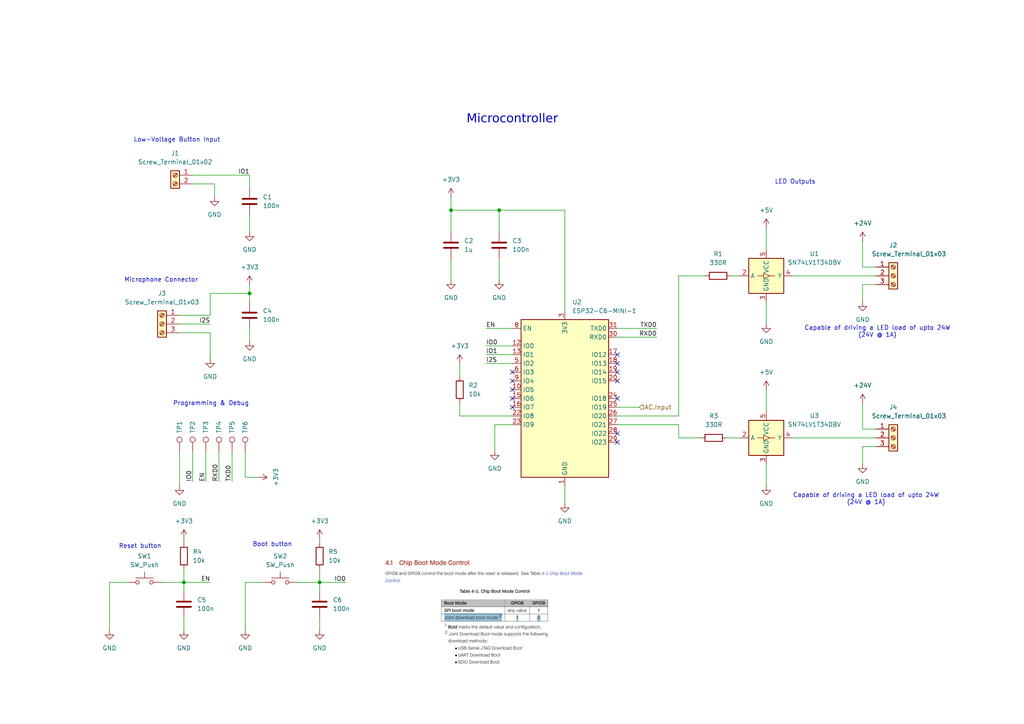
<source format=kicad_sch>
(kicad_sch (version 20250114) (generator "eeschema") (generator_version "9.0")
  (paper "A4")
  (lib_symbols
    (symbol "Connector:Screw_Terminal_01x02" (pin_names (offset 1.016) (hide yes))
      (property "Reference" "J" (at 0 2.54 0))
      (property "Value" "Screw_Terminal_01x02" (at 0 -5.08 0))
      (symbol "Screw_Terminal_01x02_1_1"
        (rectangle (start -1.27 1.27) (end 1.27 -3.81) (stroke (width 0.254)) (fill (type background)))
        (polyline (pts (xy -0.5334 0.3302) (xy 0.3302 -0.508)) (stroke (width 0.1524)))
        (polyline (pts (xy -0.5334 -2.2098) (xy 0.3302 -3.048)) (stroke (width 0.1524)))
        (polyline (pts (xy -0.3556 0.508) (xy 0.508 -0.3302)) (stroke (width 0.1524)))
        (polyline (pts (xy -0.3556 -2.032) (xy 0.508 -2.8702)) (stroke (width 0.1524)))
        (circle (center 0 0) (radius 0.635) (stroke (width 0.1524)))
        (circle (center 0 -2.54) (radius 0.635) (stroke (width 0.1524)))
        (pin passive line (at -5.08 0 0) (length 3.81) (name "Pin_1") (number "1"))
        (pin passive line (at -5.08 -2.54 0) (length 3.81) (name "Pin_2") (number "2"))
      )
    )
    (symbol "Connector:Screw_Terminal_01x03" (pin_names (offset 1.016) (hide yes))
      (property "Reference" "J" (at 0 5.08 0))
      (property "Value" "Screw_Terminal_01x03" (at 0 -5.08 0))
      (symbol "Screw_Terminal_01x03_1_1"
        (rectangle (start -1.27 3.81) (end 1.27 -3.81) (stroke (width 0.254)) (fill (type background)))
        (polyline (pts (xy -0.5334 2.8702) (xy 0.3302 2.032)) (stroke (width 0.1524)))
        (polyline (pts (xy -0.5334 0.3302) (xy 0.3302 -0.508)) (stroke (width 0.1524)))
        (polyline (pts (xy -0.5334 -2.2098) (xy 0.3302 -3.048)) (stroke (width 0.1524)))
        (polyline (pts (xy -0.3556 3.048) (xy 0.508 2.2098)) (stroke (width 0.1524)))
        (polyline (pts (xy -0.3556 0.508) (xy 0.508 -0.3302)) (stroke (width 0.1524)))
        (polyline (pts (xy -0.3556 -2.032) (xy 0.508 -2.8702)) (stroke (width 0.1524)))
        (circle (center 0 2.54) (radius 0.635) (stroke (width 0.1524)))
        (circle (center 0 0) (radius 0.635) (stroke (width 0.1524)))
        (circle (center 0 -2.54) (radius 0.635) (stroke (width 0.1524)))
        (pin passive line (at -5.08 2.54 0) (length 3.81) (name "Pin_1") (number "1"))
        (pin passive line (at -5.08 0 0) (length 3.81) (name "Pin_2") (number "2"))
        (pin passive line (at -5.08 -2.54 0) (length 3.81) (name "Pin_3") (number "3"))
      )
    )
    (symbol "Connector:TestPoint" (pin_numbers (hide yes)) (pin_names (offset 0.762) (hide yes))
      (property "Reference" "TP" (at 0 6.858 0))
      (property "Value" "TestPoint" (at 0 5.08 0))
      (symbol "TestPoint_0_1"
        (circle (center 0 3.302) (radius 0.762))
      )
      (symbol "TestPoint_1_1"
        (pin passive line (at 0 0 90) (length 2.54) (name "1") (number "1"))
      )
    )
    (symbol "Device:C" (pin_numbers (hide yes)) (pin_names (offset 0.254))
      (property "Reference" "C" (at 0.635 2.54 0))
      (property "Value" "C" (at 0.635 -2.54 0))
      (symbol "C_0_1"
        (polyline (pts (xy -2.032 0.762) (xy 2.032 0.762)) (stroke (width 0.508)))
        (polyline (pts (xy -2.032 -0.762) (xy 2.032 -0.762)) (stroke (width 0.508)))
      )
      (symbol "C_1_1"
        (pin passive line (at 0 3.81 270) (length 2.794) (name "~") (number "1"))
        (pin passive line (at 0 -3.81 90) (length 2.794) (name "~") (number "2"))
      )
    )
    (symbol "Device:R" (pin_numbers (hide yes)) (pin_names (offset 0))
      (property "Reference" "R" (at 2.032 0 90))
      (property "Value" "R" (at 0 0 90))
      (symbol "R_0_1"
        (rectangle (start -1.016 -2.54) (end 1.016 2.54) (stroke (width 0.254)))
      )
      (symbol "R_1_1"
        (pin passive line (at 0 3.81 270) (length 1.27) (name "~") (number "1"))
        (pin passive line (at 0 -3.81 90) (length 1.27) (name "~") (number "2"))
      )
    )
    (symbol "Logic_LevelTranslator:SN74LV1T34DBV"
      (property "Reference" "U" (at 5.08 6.35 0))
      (property "Value" "SN74LV1T34DBV" (at 5.08 3.81 0))
      (symbol "SN74LV1T34DBV_0_1"
        (rectangle (start -5.08 5.08) (end 5.08 -5.08) (stroke (width 0.254)) (fill (type background)))
        (polyline (pts (xy -0.762 0) (xy -2.54 0)))
        (polyline (pts (xy 1.016 0) (xy 2.54 0)))
      )
      (symbol "SN74LV1T34DBV_1_1"
        (polyline (pts (xy -0.762 -0.762) (xy -0.762 0.762) (xy 1.016 0) (xy -0.762 -0.762)))
        (pin input line (at -7.62 0 0) (length 2.54) (name "A") (number "2"))
        (pin no_connect line (at -5.08 2.54 0) (length 2.54) (hide yes) (name "NC") (number "1"))
        (pin power_in line (at 0 7.62 270) (length 2.54) (name "VCC") (number "5"))
        (pin power_in line (at 0 -7.62 90) (length 2.54) (name "GND") (number "3"))
        (pin output line (at 7.62 0 180) (length 2.54) (name "Y") (number "4"))
      )
    )
    (symbol "RF_Module:ESP32-C6-MINI-1"
      (property "Reference" "U" (at -11.43 24.13 0))
      (property "Value" "ESP32-C6-MINI-1" (at 12.7 24.13 0))
      (symbol "ESP32-C6-MINI-1_0_1"
        (rectangle (start -12.7 22.86) (end 12.7 -22.86) (stroke (width 0.254)) (fill (type background)))
      )
      (symbol "ESP32-C6-MINI-1_1_1"
        (pin input line (at -15.24 20.32 0) (length 2.54) (name "EN") (number "8"))
        (pin bidirectional line (at -15.24 15.24 0) (length 2.54) (name "IO0") (number "12"))
        (pin bidirectional line (at -15.24 12.7 0) (length 2.54) (name "IO1") (number "13"))
        (pin bidirectional line (at -15.24 10.16 0) (length 2.54) (name "IO2") (number "5"))
        (pin bidirectional line (at -15.24 7.62 0) (length 2.54) (name "IO3") (number "6"))
        (pin bidirectional line (at -15.24 5.08 0) (length 2.54) (name "IO4") (number "9"))
        (pin bidirectional line (at -15.24 2.54 0) (length 2.54) (name "IO5") (number "10"))
        (pin bidirectional line (at -15.24 0 0) (length 2.54) (name "IO6") (number "15"))
        (pin bidirectional line (at -15.24 -2.54 0) (length 2.54) (name "IO7") (number "16"))
        (pin bidirectional line (at -15.24 -5.08 0) (length 2.54) (name "IO8") (number "22"))
        (pin bidirectional line (at -15.24 -7.62 0) (length 2.54) (name "IO9") (number "23"))
        (pin no_connect line (at -12.7 -12.7 0) (length 2.54) (hide yes) (name "NC") (number "32"))
        (pin no_connect line (at -12.7 -15.24 0) (length 2.54) (hide yes) (name "NC") (number "33"))
        (pin no_connect line (at -12.7 -17.78 0) (length 2.54) (hide yes) (name "NC") (number "34"))
        (pin no_connect line (at -12.7 -20.32 0) (length 2.54) (hide yes) (name "NC") (number "35"))
        (pin power_in line (at 0 25.4 270) (length 2.54) (name "3V3") (number "3"))
        (pin power_in line (at 0 -25.4 90) (length 2.54) (name "GND") (number "1"))
        (pin passive line (at 0 -25.4 90) (length 2.54) (hide yes) (name "GND") (number "11"))
        (pin passive line (at 0 -25.4 90) (length 2.54) (hide yes) (name "GND") (number "14"))
        (pin passive line (at 0 -25.4 90) (length 2.54) (hide yes) (name "GND") (number "2"))
        (pin passive line (at 0 -25.4 90) (length 2.54) (hide yes) (name "GND") (number "36"))
        (pin passive line (at 0 -25.4 90) (length 2.54) (hide yes) (name "GND") (number "37"))
        (pin passive line (at 0 -25.4 90) (length 2.54) (hide yes) (name "GND") (number "38"))
        (pin passive line (at 0 -25.4 90) (length 2.54) (hide yes) (name "GND") (number "39"))
        (pin passive line (at 0 -25.4 90) (length 2.54) (hide yes) (name "GND") (number "40"))
        (pin passive line (at 0 -25.4 90) (length 2.54) (hide yes) (name "GND") (number "41"))
        (pin passive line (at 0 -25.4 90) (length 2.54) (hide yes) (name "GND") (number "42"))
        (pin passive line (at 0 -25.4 90) (length 2.54) (hide yes) (name "GND") (number "43"))
        (pin passive line (at 0 -25.4 90) (length 2.54) (hide yes) (name "GND") (number "44"))
        (pin passive line (at 0 -25.4 90) (length 2.54) (hide yes) (name "GND") (number "45"))
        (pin passive line (at 0 -25.4 90) (length 2.54) (hide yes) (name "GND") (number "46"))
        (pin passive line (at 0 -25.4 90) (length 2.54) (hide yes) (name "GND") (number "47"))
        (pin passive line (at 0 -25.4 90) (length 2.54) (hide yes) (name "GND") (number "48"))
        (pin passive line (at 0 -25.4 90) (length 2.54) (hide yes) (name "GND") (number "49"))
        (pin passive line (at 0 -25.4 90) (length 2.54) (hide yes) (name "GND") (number "50"))
        (pin passive line (at 0 -25.4 90) (length 2.54) (hide yes) (name "GND") (number "51"))
        (pin passive line (at 0 -25.4 90) (length 2.54) (hide yes) (name "GND") (number "52"))
        (pin passive line (at 0 -25.4 90) (length 2.54) (hide yes) (name "GND") (number "53"))
        (pin no_connect line (at 12.7 -15.24 180) (length 2.54) (hide yes) (name "NC") (number "4"))
        (pin no_connect line (at 12.7 -17.78 180) (length 2.54) (hide yes) (name "NC") (number "7"))
        (pin no_connect line (at 12.7 -20.32 180) (length 2.54) (hide yes) (name "NC") (number "21"))
        (pin bidirectional line (at 15.24 20.32 180) (length 2.54) (name "TXD0") (number "31"))
        (pin bidirectional line (at 15.24 17.78 180) (length 2.54) (name "RXD0") (number "30"))
        (pin bidirectional line (at 15.24 12.7 180) (length 2.54) (name "IO12") (number "17"))
        (pin bidirectional line (at 15.24 10.16 180) (length 2.54) (name "IO13") (number "18"))
        (pin bidirectional line (at 15.24 7.62 180) (length 2.54) (name "IO14") (number "19"))
        (pin bidirectional line (at 15.24 5.08 180) (length 2.54) (name "IO15") (number "20"))
        (pin bidirectional line (at 15.24 0 180) (length 2.54) (name "IO18") (number "24"))
        (pin bidirectional line (at 15.24 -2.54 180) (length 2.54) (name "IO19") (number "25"))
        (pin bidirectional line (at 15.24 -5.08 180) (length 2.54) (name "IO20") (number "26"))
        (pin bidirectional line (at 15.24 -7.62 180) (length 2.54) (name "IO21") (number "27"))
        (pin bidirectional line (at 15.24 -10.16 180) (length 2.54) (name "IO22") (number "28"))
        (pin bidirectional line (at 15.24 -12.7 180) (length 2.54) (name "IO23") (number "29"))
      )
    )
    (symbol "Switch:SW_Push" (pin_numbers (hide yes)) (pin_names (offset 1.016) (hide yes))
      (property "Reference" "SW" (at 1.27 2.54 0))
      (property "Value" "SW_Push" (at 0 -1.524 0))
      (symbol "SW_Push_0_1"
        (circle (center -2.032 0) (radius 0.508))
        (polyline (pts (xy 0 1.27) (xy 0 3.048)))
        (circle (center 2.032 0) (radius 0.508))
        (polyline (pts (xy 2.54 1.27) (xy -2.54 1.27)))
        (pin passive line (at -5.08 0 0) (length 2.54) (name "1") (number "1"))
        (pin passive line (at 5.08 0 180) (length 2.54) (name "2") (number "2"))
      )
    )
    (symbol "power:+24V" (power) (pin_numbers (hide yes)) (pin_names (offset 0) (hide yes))
      (property "Value" "+24V" (at 0 3.556 0))
      (symbol "+24V_0_1"
        (polyline (pts (xy -0.762 1.27) (xy 0 2.54)))
        (polyline (pts (xy 0 2.54) (xy 0.762 1.27)))
        (polyline (pts (xy 0 0) (xy 0 2.54)))
      )
      (symbol "+24V_1_1"
        (pin power_in line (at 0 0 90) (length 0) (name "~") (number "1"))
      )
    )
    (symbol "power:+3V3" (power) (pin_numbers (hide yes)) (pin_names (offset 0) (hide yes))
      (property "Value" "+3V3" (at 0 3.556 0))
      (symbol "+3V3_0_1"
        (polyline (pts (xy -0.762 1.27) (xy 0 2.54)))
        (polyline (pts (xy 0 2.54) (xy 0.762 1.27)))
        (polyline (pts (xy 0 0) (xy 0 2.54)))
      )
      (symbol "+3V3_1_1"
        (pin power_in line (at 0 0 90) (length 0) (name "~") (number "1"))
      )
    )
    (symbol "power:+5V" (power) (pin_numbers (hide yes)) (pin_names (offset 0) (hide yes))
      (property "Value" "+5V" (at 0 3.556 0))
      (symbol "+5V_0_1"
        (polyline (pts (xy -0.762 1.27) (xy 0 2.54)))
        (polyline (pts (xy 0 2.54) (xy 0.762 1.27)))
        (polyline (pts (xy 0 0) (xy 0 2.54)))
      )
      (symbol "+5V_1_1"
        (pin power_in line (at 0 0 90) (length 0) (name "~") (number "1"))
      )
    )
    (symbol "power:GND" (power) (pin_numbers (hide yes)) (pin_names (offset 0) (hide yes))
      (property "Value" "GND" (at 0 -3.81 0))
      (symbol "GND_0_1"
        (polyline (pts (xy 0 0) (xy 0 -1.27) (xy 1.27 -1.27) (xy 0 -2.54) (xy -1.27 -1.27) (xy 0 -1.27)))
      )
      (symbol "GND_1_1"
        (pin power_in line (at 0 0 270) (length 0) (name "~") (number "1"))
      )
    )
  )
  (text "Low-Voltage Button Input" (at 51.308 40.64 0) (effects (font (size 1.27 1.27))))
  (text "Reset button" (at 40.64 158.496 0) (effects (font (size 1.27 1.27))))
  (text "Microphone Connector" (at 46.736 81.28 0) (effects (font (size 1.27 1.27))))
  (text "LED Outputs" (at 230.632 52.832 0) (effects (font (size 1.27 1.27))))
  (text "Programming & Debug" (at 61.214 117.094 0) (effects (font (size 1.27 1.27))))
  (text "Microcontroller" (at 148.59 35.306 0) (effects (font (size 2.54 2.54))))
  (text "Boot button" (at 78.994 157.988 0) (effects (font (size 1.27 1.27))))
  (text "Capable of driving a LED load of upto 24W\n(24V @ 1A)" (at 254.508 96.266 0) (effects (font (size 1.27 1.27))))
  (text "Capable of driving a LED load of upto 24W\n(24V @ 1A)" (at 251.206 144.78 0) (effects (font (size 1.27 1.27))))
  (junction (at 72.39 85.09))
  (junction (at 130.81 60.96))
  (junction (at 144.78 60.96))
  (junction (at 92.71 168.91))
  (junction (at 53.34 168.91))
  (no_connect (at 179.07 128.27))
  (no_connect (at 148.59 110.49))
  (no_connect (at 148.59 118.11))
  (no_connect (at 148.59 107.95))
  (no_connect (at 179.07 107.95))
  (no_connect (at 179.07 115.57))
  (no_connect (at 148.59 115.57))
  (no_connect (at 179.07 102.87))
  (no_connect (at 179.07 125.73))
  (no_connect (at 179.07 105.41))
  (no_connect (at 148.59 113.03))
  (no_connect (at 179.07 110.49))
  (wire (pts (xy 74.93 138.43) (xy 71.12 138.43)))
  (wire (pts (xy 92.71 168.91) (xy 92.71 171.45)))
  (wire (pts (xy 229.87 80.01) (xy 254 80.01)))
  (wire (pts (xy 179.07 120.65) (xy 196.85 120.65)))
  (wire (pts (xy 190.5 95.25) (xy 179.07 95.25)))
  (wire (pts (xy 72.39 85.09) (xy 72.39 87.63)))
  (wire (pts (xy 144.78 60.96) (xy 144.78 67.31)))
  (wire (pts (xy 53.34 168.91) (xy 60.96 168.91)))
  (wire (pts (xy 72.39 50.8) (xy 55.88 50.8)))
  (wire (pts (xy 72.39 85.09) (xy 72.39 82.55)))
  (wire (pts (xy 229.87 127) (xy 254 127)))
  (wire (pts (xy 196.85 123.19) (xy 196.85 127)))
  (wire (pts (xy 60.96 91.44) (xy 60.96 85.09)))
  (wire (pts (xy 148.59 120.65) (xy 133.35 120.65)))
  (wire (pts (xy 86.36 168.91) (xy 92.71 168.91)))
  (wire (pts (xy 140.97 102.87) (xy 148.59 102.87)))
  (wire (pts (xy 130.81 60.96) (xy 130.81 67.31)))
  (wire (pts (xy 62.23 53.34) (xy 55.88 53.34)))
  (wire (pts (xy 60.96 96.52) (xy 52.07 96.52)))
  (wire (pts (xy 63.5 139.7) (xy 63.5 130.81)))
  (wire (pts (xy 250.19 82.55) (xy 254 82.55)))
  (wire (pts (xy 222.25 87.63) (xy 222.25 93.98)))
  (wire (pts (xy 143.51 130.81) (xy 143.51 123.19)))
  (wire (pts (xy 71.12 168.91) (xy 76.2 168.91)))
  (wire (pts (xy 62.23 57.15) (xy 62.23 53.34)))
  (wire (pts (xy 222.25 113.03) (xy 222.25 119.38)))
  (wire (pts (xy 130.81 74.93) (xy 130.81 81.28)))
  (wire (pts (xy 250.19 129.54) (xy 254 129.54)))
  (wire (pts (xy 250.19 87.63) (xy 250.19 82.55)))
  (wire (pts (xy 53.34 165.1) (xy 53.34 168.91)))
  (wire (pts (xy 52.07 93.98) (xy 60.96 93.98)))
  (wire (pts (xy 60.96 85.09) (xy 72.39 85.09)))
  (wire (pts (xy 46.99 168.91) (xy 53.34 168.91)))
  (wire (pts (xy 31.75 168.91) (xy 36.83 168.91)))
  (wire (pts (xy 31.75 182.88) (xy 31.75 168.91)))
  (wire (pts (xy 92.71 179.07) (xy 92.71 182.88)))
  (wire (pts (xy 222.25 66.04) (xy 222.25 72.39)))
  (wire (pts (xy 190.5 97.79) (xy 179.07 97.79)))
  (wire (pts (xy 133.35 109.22) (xy 133.35 105.41)))
  (wire (pts (xy 179.07 118.11) (xy 185.42 118.11)))
  (wire (pts (xy 210.82 127) (xy 214.63 127)))
  (wire (pts (xy 53.34 168.91) (xy 53.34 171.45)))
  (wire (pts (xy 92.71 156.21) (xy 92.71 157.48)))
  (wire (pts (xy 250.19 77.47) (xy 250.19 69.85)))
  (wire (pts (xy 53.34 156.21) (xy 53.34 157.48)))
  (wire (pts (xy 92.71 165.1) (xy 92.71 168.91)))
  (wire (pts (xy 196.85 120.65) (xy 196.85 80.01)))
  (wire (pts (xy 53.34 179.07) (xy 53.34 182.88)))
  (wire (pts (xy 222.25 134.62) (xy 222.25 140.97)))
  (wire (pts (xy 254 124.46) (xy 250.19 124.46)))
  (wire (pts (xy 133.35 120.65) (xy 133.35 116.84)))
  (wire (pts (xy 71.12 182.88) (xy 71.12 168.91)))
  (wire (pts (xy 140.97 100.33) (xy 148.59 100.33)))
  (wire (pts (xy 254 77.47) (xy 250.19 77.47)))
  (wire (pts (xy 163.83 146.05) (xy 163.83 140.97)))
  (wire (pts (xy 130.81 57.15) (xy 130.81 60.96)))
  (wire (pts (xy 144.78 74.93) (xy 144.78 81.28)))
  (wire (pts (xy 60.96 104.14) (xy 60.96 96.52)))
  (wire (pts (xy 196.85 80.01) (xy 204.47 80.01)))
  (wire (pts (xy 179.07 123.19) (xy 196.85 123.19)))
  (wire (pts (xy 52.07 91.44) (xy 60.96 91.44)))
  (wire (pts (xy 163.83 90.17) (xy 163.83 60.96)))
  (wire (pts (xy 140.97 95.25) (xy 148.59 95.25)))
  (wire (pts (xy 72.39 67.31) (xy 72.39 62.23)))
  (wire (pts (xy 212.09 80.01) (xy 214.63 80.01)))
  (wire (pts (xy 144.78 60.96) (xy 130.81 60.96)))
  (wire (pts (xy 52.07 140.97) (xy 52.07 130.81)))
  (wire (pts (xy 140.97 105.41) (xy 148.59 105.41)))
  (wire (pts (xy 67.31 139.7) (xy 67.31 130.81)))
  (wire (pts (xy 196.85 127) (xy 203.2 127)))
  (wire (pts (xy 250.19 124.46) (xy 250.19 116.84)))
  (wire (pts (xy 72.39 54.61) (xy 72.39 50.8)))
  (wire (pts (xy 250.19 134.62) (xy 250.19 129.54)))
  (wire (pts (xy 71.12 138.43) (xy 71.12 130.81)))
  (wire (pts (xy 59.69 139.7) (xy 59.69 130.81)))
  (wire (pts (xy 92.71 168.91) (xy 100.33 168.91)))
  (wire (pts (xy 163.83 60.96) (xy 144.78 60.96)))
  (wire (pts (xy 55.88 139.7) (xy 55.88 130.81)))
  (wire (pts (xy 143.51 123.19) (xy 148.59 123.19)))
  (wire (pts (xy 72.39 95.25) (xy 72.39 99.06)))
  (image (at 141.478 177.8) (scale 0.233627))
  (label "IO0" (at 55.88 139.7 90))
  (label "EN" (at 59.69 139.7 90))
  (label "EN" (at 140.97 95.25 0))
  (label "EN" (at 60.96 168.91 180))
  (label "TXD0" (at 67.31 139.7 90))
  (label "IO1" (at 72.39 50.8 180))
  (label "TXD0" (at 190.5 95.25 180))
  (label "RXD0" (at 63.5 139.7 90))
  (label "IO0" (at 140.97 100.33 0))
  (label "IO0" (at 100.33 168.91 180))
  (label "IO1" (at 140.97 102.87 0))
  (label "I2S" (at 140.97 105.41 0))
  (label "RXD0" (at 190.5 97.79 180))
  (label "I2S" (at 60.96 93.98 180))
  (hierarchical_label "AC.Input" (shape input) (at 185.42 118.11 0))
  (symbol (lib_id "Device:C") (at 72.39 91.44 0) (unit 1)
    (property "Reference" "C4" (at 76.2 90.1699 0) (effects (justify left)))
    (property "Value" "100n" (at 76.2 92.7099 0) (effects (justify left)))
    (property "Description" "Unpolarized capacitor" (effects (hide yes)))
  )
  (symbol (lib_id "Connector:Screw_Terminal_01x03") (at 46.99 93.98 0) (mirror y) (unit 1)
    (property "Reference" "J3" (at 46.99 85.09 0))
    (property "Value" "Screw_Terminal_01x03" (at 46.99 87.63 0))
    (property "Description" "Generic screw terminal, single row, 01x03, script generated (kicad-library-utils/schlib/autogen/connector/)" (effects (hide yes)))
  )
  (symbol (lib_id "power:GND") (at 222.25 140.97 0) (unit 1)
    (property "Reference" "#PWR020" (effects (hide yes)))
    (property "Value" "GND" (at 222.25 146.05 0))
    (property "Description" "Power symbol creates a global label with name \"GND\" , ground" (effects (hide yes)))
  )
  (symbol (lib_id "Switch:SW_Push") (at 81.28 168.91 0) (unit 1)
    (property "Reference" "SW2" (at 81.28 161.29 0))
    (property "Value" "SW_Push" (at 81.28 163.83 0))
    (property "Description" "Push button switch, generic, two pins" (effects (hide yes)))
  )
  (symbol (lib_id "Device:R") (at 92.71 161.29 0) (unit 1)
    (property "Reference" "R5" (at 95.25 160.0199 0) (effects (justify left)))
    (property "Value" "10k" (at 95.25 162.5599 0) (effects (justify left)))
    (property "Description" "Resistor" (effects (hide yes)))
  )
  (symbol (lib_id "power:GND") (at 222.25 93.98 0) (unit 1)
    (property "Reference" "#PWR010" (effects (hide yes)))
    (property "Value" "GND" (at 222.25 99.06 0))
    (property "Description" "Power symbol creates a global label with name \"GND\" , ground" (effects (hide yes)))
  )
  (symbol (lib_id "RF_Module:ESP32-C6-MINI-1") (at 163.83 115.57 0) (unit 1)
    (property "Reference" "U2" (at 165.9733 87.63 0) (effects (justify left)))
    (property "Value" "ESP32-C6-MINI-1" (at 165.9733 90.17 0) (effects (justify left)))
    (property "Footprint" "RF_Module:ESP32-C6-MINI-1" (effects (hide yes)))
    (property "Datasheet" "https://www.espressif.com/sites/default/files/documentation/esp32-c6-mini-1_mini-1u_datasheet_en.pdf" (effects (hide yes)))
    (property "Description" "RF Module, ESP32-C6 SoC, Wi-Fi 802.11b/g/n/ax, Bluetooth, BLE, Zigbee, Thread, 32-bit, 3.3V, SMD, onboard antenna" (effects (hide yes)))
  )
  (symbol (lib_id "Device:R") (at 208.28 80.01 90) (unit 1)
    (property "Reference" "R1" (at 208.28 73.66 90))
    (property "Value" "330R" (at 208.28 76.2 90))
    (property "Description" "Resistor" (effects (hide yes)))
  )
  (symbol (lib_id "Logic_LevelTranslator:SN74LV1T34DBV") (at 222.25 127 0) (unit 1)
    (property "Reference" "U3" (at 236.22 120.5798 0))
    (property "Value" "SN74LV1T34DBV" (at 236.22 123.1198 0))
    (property "Footprint" "Package_TO_SOT_SMD:SOT-23-5" (effects (hide yes)))
    (property "Datasheet" "https://www.ti.com/lit/ds/symlink/sn74lv1t34.pdf" (effects (hide yes)))
    (property "Description" "Single Power Supply, Single Buffer GATE, CMOS Logic, Level Shifter, SOT-23-5" (effects (hide yes)))
  )
  (symbol (lib_id "Connector:TestPoint") (at 67.31 130.81 0) (mirror y) (unit 1)
    (property "Reference" "TP5" (at 67.3101 125.73 90) (effects (justify left)))
    (property "Value" "TestPoint" (effects (hide yes)))
    (property "Description" "test point" (effects (hide yes)))
  )
  (symbol (lib_id "power:GND") (at 144.78 81.28 0) (unit 1)
    (property "Reference" "#PWR07" (effects (hide yes)))
    (property "Value" "GND" (at 144.78 86.36 0))
    (property "Description" "Power symbol creates a global label with name \"GND\" , ground" (effects (hide yes)))
  )
  (symbol (lib_id "power:GND") (at 143.51 130.81 0) (unit 1)
    (property "Reference" "#PWR016" (effects (hide yes)))
    (property "Value" "GND" (at 143.51 135.89 0))
    (property "Description" "Power symbol creates a global label with name \"GND\" , ground" (effects (hide yes)))
  )
  (symbol (lib_id "power:GND") (at 92.71 182.88 0) (unit 1)
    (property "Reference" "#PWR027" (effects (hide yes)))
    (property "Value" "GND" (at 92.71 187.96 0))
    (property "Description" "Power symbol creates a global label with name \"GND\" , ground" (effects (hide yes)))
  )
  (symbol (lib_id "power:+3V3") (at 53.34 156.21 0) (unit 1)
    (property "Reference" "#PWR022" (effects (hide yes)))
    (property "Value" "+3V3" (at 53.34 151.13 0))
    (property "Description" "Power symbol creates a global label with name \"+3V3\"" (effects (hide yes)))
  )
  (symbol (lib_id "power:GND") (at 31.75 182.88 0) (unit 1)
    (property "Reference" "#PWR024" (effects (hide yes)))
    (property "Value" "GND" (at 31.75 187.96 0))
    (property "Description" "Power symbol creates a global label with name \"GND\" , ground" (effects (hide yes)))
  )
  (symbol (lib_id "power:+24V") (at 250.19 69.85 0) (unit 1)
    (property "Reference" "#PWR05" (effects (hide yes)))
    (property "Value" "+24V" (at 250.19 64.77 0))
    (property "Description" "Power symbol creates a global label with name \"+24V\"" (effects (hide yes)))
  )
  (symbol (lib_id "Connector:TestPoint") (at 63.5 130.81 0) (mirror y) (unit 1)
    (property "Reference" "TP4" (at 63.5001 125.73 90) (effects (justify left)))
    (property "Value" "TestPoint" (effects (hide yes)))
    (property "Description" "test point" (effects (hide yes)))
  )
  (symbol (lib_id "Connector:TestPoint") (at 55.88 130.81 0) (mirror y) (unit 1)
    (property "Reference" "TP2" (at 55.8801 125.73 90) (effects (justify left)))
    (property "Value" "TestPoint" (effects (hide yes)))
    (property "Description" "test point" (effects (hide yes)))
  )
  (symbol (lib_id "power:+3V3") (at 92.71 156.21 0) (unit 1)
    (property "Reference" "#PWR023" (effects (hide yes)))
    (property "Value" "+3V3" (at 92.71 151.13 0))
    (property "Description" "Power symbol creates a global label with name \"+3V3\"" (effects (hide yes)))
  )
  (symbol (lib_id "power:GND") (at 53.34 182.88 0) (unit 1)
    (property "Reference" "#PWR025" (effects (hide yes)))
    (property "Value" "GND" (at 53.34 187.96 0))
    (property "Description" "Power symbol creates a global label with name \"GND\" , ground" (effects (hide yes)))
  )
  (symbol (lib_id "Logic_LevelTranslator:SN74LV1T34DBV") (at 222.25 80.01 0) (unit 1)
    (property "Reference" "U1" (at 236.22 73.5898 0))
    (property "Value" "SN74LV1T34DBV" (at 236.22 76.1298 0))
    (property "Footprint" "Package_TO_SOT_SMD:SOT-23-5" (effects (hide yes)))
    (property "Datasheet" "https://www.ti.com/lit/ds/symlink/sn74lv1t34.pdf" (effects (hide yes)))
    (property "Description" "Single Power Supply, Single Buffer GATE, CMOS Logic, Level Shifter, SOT-23-5" (effects (hide yes)))
  )
  (symbol (lib_id "Connector:TestPoint") (at 52.07 130.81 0) (mirror y) (unit 1)
    (property "Reference" "TP1" (at 52.0701 125.73 90) (effects (justify left)))
    (property "Value" "TestPoint" (effects (hide yes)))
    (property "Description" "test point" (effects (hide yes)))
  )
  (symbol (lib_id "Device:C") (at 53.34 175.26 0) (unit 1)
    (property "Reference" "C5" (at 57.15 173.9899 0) (effects (justify left)))
    (property "Value" "100n" (at 57.15 176.5299 0) (effects (justify left)))
    (property "Description" "Unpolarized capacitor" (effects (hide yes)))
  )
  (symbol (lib_id "Device:C") (at 130.81 71.12 0) (unit 1)
    (property "Reference" "C2" (at 134.62 69.8499 0) (effects (justify left)))
    (property "Value" "1u" (at 134.62 72.3899 0) (effects (justify left)))
    (property "Description" "Unpolarized capacitor" (effects (hide yes)))
  )
  (symbol (lib_id "Device:C") (at 92.71 175.26 0) (unit 1)
    (property "Reference" "C6" (at 96.52 173.9899 0) (effects (justify left)))
    (property "Value" "100n" (at 96.52 176.5299 0) (effects (justify left)))
    (property "Description" "Unpolarized capacitor" (effects (hide yes)))
  )
  (symbol (lib_id "power:GND") (at 163.83 146.05 0) (unit 1)
    (property "Reference" "#PWR021" (effects (hide yes)))
    (property "Value" "GND" (at 163.83 151.13 0))
    (property "Description" "Power symbol creates a global label with name \"GND\" , ground" (effects (hide yes)))
  )
  (symbol (lib_id "Connector:Screw_Terminal_01x03") (at 259.08 127 0) (unit 1)
    (property "Reference" "J4" (at 259.08 118.11 0))
    (property "Value" "Screw_Terminal_01x03" (at 263.652 120.65 0))
    (property "Description" "Generic screw terminal, single row, 01x03, script generated (kicad-library-utils/schlib/autogen/connector/)" (effects (hide yes)))
  )
  (symbol (lib_id "Connector:TestPoint") (at 71.12 130.81 0) (mirror y) (unit 1)
    (property "Reference" "TP6" (at 71.1201 125.73 90) (effects (justify left)))
    (property "Value" "TestPoint" (effects (hide yes)))
    (property "Description" "test point" (effects (hide yes)))
  )
  (symbol (lib_id "Device:R") (at 133.35 113.03 0) (unit 1)
    (property "Reference" "R2" (at 135.89 111.7599 0) (effects (justify left)))
    (property "Value" "10k" (at 135.89 114.2999 0) (effects (justify left)))
    (property "Description" "Resistor" (effects (hide yes)))
  )
  (symbol (lib_id "power:GND") (at 250.19 87.63 0) (unit 1)
    (property "Reference" "#PWR09" (effects (hide yes)))
    (property "Value" "GND" (at 250.19 92.71 0))
    (property "Description" "Power symbol creates a global label with name \"GND\" , ground" (effects (hide yes)))
  )
  (symbol (lib_id "power:GND") (at 52.07 140.97 0) (mirror y) (unit 1)
    (property "Reference" "#PWR019" (effects (hide yes)))
    (property "Value" "GND" (at 52.07 146.05 0))
    (property "Description" "Power symbol creates a global label with name \"GND\" , ground" (effects (hide yes)))
  )
  (symbol (lib_id "power:GND") (at 130.81 81.28 0) (unit 1)
    (property "Reference" "#PWR06" (effects (hide yes)))
    (property "Value" "GND" (at 130.81 86.36 0))
    (property "Description" "Power symbol creates a global label with name \"GND\" , ground" (effects (hide yes)))
  )
  (symbol (lib_id "power:+24V") (at 250.19 116.84 0) (unit 1)
    (property "Reference" "#PWR015" (effects (hide yes)))
    (property "Value" "+24V" (at 250.19 111.76 0))
    (property "Description" "Power symbol creates a global label with name \"+24V\"" (effects (hide yes)))
  )
  (symbol (lib_id "power:+3V3") (at 133.35 105.41 0) (unit 1)
    (property "Reference" "#PWR013" (effects (hide yes)))
    (property "Value" "+3V3" (at 133.35 100.33 0))
    (property "Description" "Power symbol creates a global label with name \"+3V3\"" (effects (hide yes)))
  )
  (symbol (lib_id "Device:C") (at 72.39 58.42 0) (unit 1)
    (property "Reference" "C1" (at 76.2 57.1499 0) (effects (justify left)))
    (property "Value" "100n" (at 76.2 59.6899 0) (effects (justify left)))
    (property "Description" "Unpolarized capacitor" (effects (hide yes)))
  )
  (symbol (lib_id "power:+3V3") (at 130.81 57.15 0) (unit 1)
    (property "Reference" "#PWR02" (effects (hide yes)))
    (property "Value" "+3V3" (at 130.81 52.07 0))
    (property "Description" "Power symbol creates a global label with name \"+3V3\"" (effects (hide yes)))
  )
  (symbol (lib_id "Connector:TestPoint") (at 59.69 130.81 0) (mirror y) (unit 1)
    (property "Reference" "TP3" (at 59.6901 125.73 90) (effects (justify left)))
    (property "Value" "TestPoint" (effects (hide yes)))
    (property "Description" "test point" (effects (hide yes)))
  )
  (symbol (lib_id "power:+3V3") (at 74.93 138.43 270) (mirror x) (unit 1)
    (property "Reference" "#PWR018" (effects (hide yes)))
    (property "Value" "+3V3" (at 80.01 138.43 0))
    (property "Description" "Power symbol creates a global label with name \"+3V3\"" (effects (hide yes)))
  )
  (symbol (lib_id "power:GND") (at 62.23 57.15 0) (unit 1)
    (property "Reference" "#PWR01" (effects (hide yes)))
    (property "Value" "GND" (at 62.23 62.23 0))
    (property "Description" "Power symbol creates a global label with name \"GND\" , ground" (effects (hide yes)))
  )
  (symbol (lib_id "power:+5V") (at 222.25 113.03 0) (unit 1)
    (property "Reference" "#PWR014" (effects (hide yes)))
    (property "Value" "+5V" (at 222.25 107.95 0))
    (property "Description" "Power symbol creates a global label with name \"+5V\"" (effects (hide yes)))
  )
  (symbol (lib_id "power:GND") (at 250.19 134.62 0) (unit 1)
    (property "Reference" "#PWR017" (effects (hide yes)))
    (property "Value" "GND" (at 250.19 139.7 0))
    (property "Description" "Power symbol creates a global label with name \"GND\" , ground" (effects (hide yes)))
  )
  (symbol (lib_id "power:GND") (at 72.39 99.06 0) (unit 1)
    (property "Reference" "#PWR011" (effects (hide yes)))
    (property "Value" "GND" (at 72.39 104.14 0))
    (property "Description" "Power symbol creates a global label with name \"GND\" , ground" (effects (hide yes)))
  )
  (symbol (lib_id "power:+3V3") (at 72.39 82.55 0) (unit 1)
    (property "Reference" "#PWR08" (effects (hide yes)))
    (property "Value" "+3V3" (at 72.39 77.47 0))
    (property "Description" "Power symbol creates a global label with name \"+3V3\"" (effects (hide yes)))
  )
  (symbol (lib_id "Connector:Screw_Terminal_01x03") (at 259.08 80.01 0) (unit 1)
    (property "Reference" "J2" (at 259.08 71.12 0))
    (property "Value" "Screw_Terminal_01x03" (at 263.652 73.66 0))
    (property "Description" "Generic screw terminal, single row, 01x03, script generated (kicad-library-utils/schlib/autogen/connector/)" (effects (hide yes)))
  )
  (symbol (lib_id "Device:C") (at 144.78 71.12 0) (unit 1)
    (property "Reference" "C3" (at 148.59 69.8499 0) (effects (justify left)))
    (property "Value" "100n" (at 148.59 72.3899 0) (effects (justify left)))
    (property "Description" "Unpolarized capacitor" (effects (hide yes)))
  )
  (symbol (lib_id "Device:R") (at 53.34 161.29 0) (unit 1)
    (property "Reference" "R4" (at 55.88 160.0199 0) (effects (justify left)))
    (property "Value" "10k" (at 55.88 162.5599 0) (effects (justify left)))
    (property "Description" "Resistor" (effects (hide yes)))
  )
  (symbol (lib_id "power:GND") (at 60.96 104.14 0) (unit 1)
    (property "Reference" "#PWR012" (effects (hide yes)))
    (property "Value" "GND" (at 60.96 109.22 0))
    (property "Description" "Power symbol creates a global label with name \"GND\" , ground" (effects (hide yes)))
  )
  (symbol (lib_id "Switch:SW_Push") (at 41.91 168.91 0) (unit 1)
    (property "Reference" "SW1" (at 41.91 161.29 0))
    (property "Value" "SW_Push" (at 41.91 163.83 0))
    (property "Description" "Push button switch, generic, two pins" (effects (hide yes)))
  )
  (symbol (lib_id "Connector:Screw_Terminal_01x02") (at 50.8 50.8 0) (mirror y) (unit 1)
    (property "Reference" "J1" (at 50.8 44.45 0))
    (property "Value" "Screw_Terminal_01x02" (at 50.8 46.99 0))
    (property "Description" "Generic screw terminal, single row, 01x02, script generated (kicad-library-utils/schlib/autogen/connector/)" (effects (hide yes)))
  )
  (symbol (lib_id "power:GND") (at 71.12 182.88 0) (unit 1)
    (property "Reference" "#PWR026" (effects (hide yes)))
    (property "Value" "GND" (at 71.12 187.96 0))
    (property "Description" "Power symbol creates a global label with name \"GND\" , ground" (effects (hide yes)))
  )
  (symbol (lib_id "power:GND") (at 72.39 67.31 0) (unit 1)
    (property "Reference" "#PWR04" (effects (hide yes)))
    (property "Value" "GND" (at 72.39 72.39 0))
    (property "Description" "Power symbol creates a global label with name \"GND\" , ground" (effects (hide yes)))
  )
  (symbol (lib_id "Device:R") (at 207.01 127 90) (unit 1)
    (property "Reference" "R3" (at 207.01 120.65 90))
    (property "Value" "330R" (at 207.01 123.19 90))
    (property "Description" "Resistor" (effects (hide yes)))
  )
  (symbol (lib_id "power:+5V") (at 222.25 66.04 0) (unit 1)
    (property "Reference" "#PWR03" (effects (hide yes)))
    (property "Value" "+5V" (at 222.25 60.96 0))
    (property "Description" "Power symbol creates a global label with name \"+5V\"" (effects (hide yes)))
  )
)
</source>
